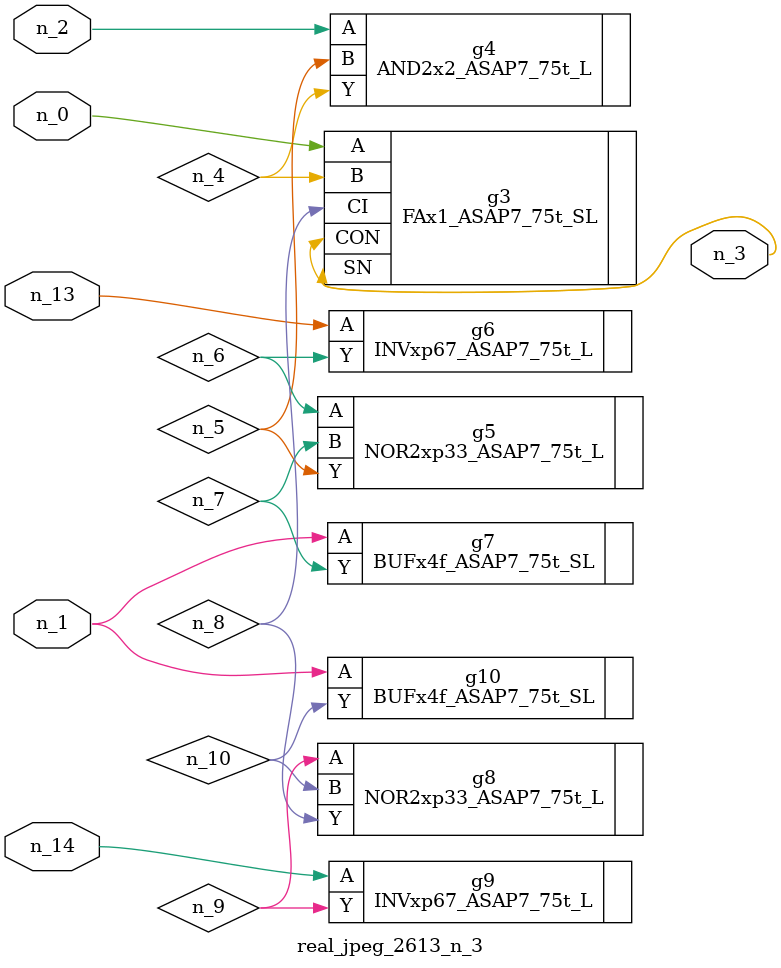
<source format=v>
module real_jpeg_2613_n_3 (n_0, n_1, n_14, n_2, n_13, n_3);

input n_0;
input n_1;
input n_14;
input n_2;
input n_13;

output n_3;

wire n_5;
wire n_8;
wire n_4;
wire n_6;
wire n_7;
wire n_10;
wire n_9;

FAx1_ASAP7_75t_SL g3 ( 
.A(n_0),
.B(n_4),
.CI(n_8),
.CON(n_3),
.SN(n_3)
);

BUFx4f_ASAP7_75t_SL g7 ( 
.A(n_1),
.Y(n_7)
);

BUFx4f_ASAP7_75t_SL g10 ( 
.A(n_1),
.Y(n_10)
);

AND2x2_ASAP7_75t_L g4 ( 
.A(n_2),
.B(n_5),
.Y(n_4)
);

NOR2xp33_ASAP7_75t_L g5 ( 
.A(n_6),
.B(n_7),
.Y(n_5)
);

NOR2xp33_ASAP7_75t_L g8 ( 
.A(n_9),
.B(n_10),
.Y(n_8)
);

INVxp67_ASAP7_75t_L g6 ( 
.A(n_13),
.Y(n_6)
);

INVxp67_ASAP7_75t_L g9 ( 
.A(n_14),
.Y(n_9)
);


endmodule
</source>
